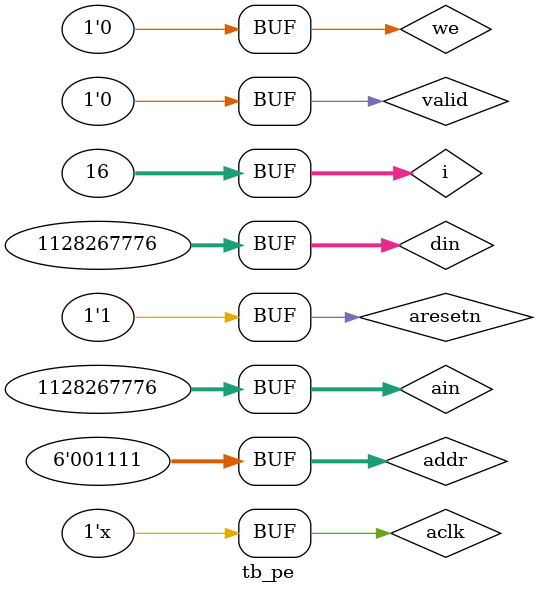
<source format=v>
`timescale 1ns / 1ps

module tb_pe();

reg aclk, aresetn;
reg [31:0] ain, din;
reg [5:0] addr;
reg we, valid;
wire dvalid;
wire [31:0] dout;
integer i;

my_pe pe1(
    .aclk(aclk), .aresetn(aresetn),
    .ain(ain), .din(din), .addr(addr),
    .we(we), .valid(valid), .dvalid(dvalid),
    .dout(dout)
);

initial begin
    aclk = 0;
    aresetn = 0;
    valid = 0;
    #10;
    aresetn = 1;
    we = 1;
    
    for(i=0 ; i<=15 ; i=i+1) begin
        addr = i;
        din = 32'h3f800000 + i*(2**22);
        #64;
    end
    
    we = 0;
    valid = 1;
    
    for(i=0 ; i<=15 ; i=i+1) begin
        addr = i;
        ain = 32'h3f800000 + i*(2**22);
        #64;
    end
    
    valid = 0;

end

always #2 aclk = ~aclk;

endmodule

</source>
